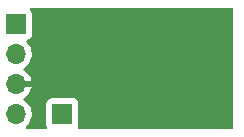
<source format=gbr>
%TF.GenerationSoftware,KiCad,Pcbnew,(5.99.0-2965-g3673c2369)*%
%TF.CreationDate,2020-08-26T10:35:24+03:00*%
%TF.ProjectId,pimentero,70696d65-6e74-4657-926f-2e6b69636164,rev?*%
%TF.SameCoordinates,Original*%
%TF.FileFunction,Copper,L2,Bot*%
%TF.FilePolarity,Positive*%
%FSLAX46Y46*%
G04 Gerber Fmt 4.6, Leading zero omitted, Abs format (unit mm)*
G04 Created by KiCad (PCBNEW (5.99.0-2965-g3673c2369)) date 2020-08-26 10:35:24*
%MOMM*%
%LPD*%
G01*
G04 APERTURE LIST*
%TA.AperFunction,ComponentPad*%
%ADD10R,1.700000X1.700000*%
%TD*%
%TA.AperFunction,ComponentPad*%
%ADD11O,1.700000X1.700000*%
%TD*%
%TA.AperFunction,ViaPad*%
%ADD12C,0.800000*%
%TD*%
G04 APERTURE END LIST*
D10*
%TO.P,J2,1,Pin_1*%
%TO.N,Net-(C4-Pad2)*%
X108839000Y-75946000D03*
%TD*%
%TO.P,J1,1,Pin_1*%
%TO.N,IN*%
X104902000Y-68326000D03*
D11*
%TO.P,J1,2,Pin_2*%
%TO.N,VCC*%
X104902000Y-70866000D03*
%TO.P,J1,3,Pin_3*%
%TO.N,GND*%
X104902000Y-73406000D03*
%TO.P,J1,4,Pin_4*%
%TO.N,OUT*%
X104902000Y-75946000D03*
%TD*%
D12*
%TO.N,GND*%
X122682000Y-75057000D03*
X116967000Y-67437000D03*
%TD*%
%TA.AperFunction,Conductor*%
%TO.N,GND*%
G36*
X123253897Y-66954226D02*
G01*
X123300390Y-67007882D01*
X123311776Y-67060224D01*
X123311776Y-77084776D01*
X123291774Y-77152897D01*
X123238118Y-77199390D01*
X123185776Y-77210776D01*
X110254355Y-77210776D01*
X110186234Y-77190774D01*
X110139741Y-77137118D01*
X110129637Y-77066844D01*
X110145236Y-77021775D01*
X110173729Y-76972425D01*
X110204837Y-76795999D01*
X110204837Y-75096002D01*
X110135727Y-74838081D01*
X110020574Y-74700846D01*
X109865426Y-74611271D01*
X109688999Y-74580163D01*
X107989002Y-74580163D01*
X107731081Y-74649273D01*
X107593846Y-74764426D01*
X107504271Y-74919574D01*
X107473163Y-75096001D01*
X107473163Y-76795998D01*
X107541803Y-77052165D01*
X107540113Y-77123141D01*
X107500319Y-77181937D01*
X107420096Y-77210776D01*
X105853687Y-77210776D01*
X105785566Y-77190774D01*
X105739073Y-77137118D01*
X105728969Y-77066844D01*
X105772024Y-76988822D01*
X105869914Y-76905513D01*
X106017746Y-76728707D01*
X106133674Y-76529524D01*
X106214384Y-76313655D01*
X106257566Y-76087287D01*
X106257567Y-76087276D01*
X106260029Y-75830770D01*
X106221200Y-75603611D01*
X106221198Y-75603601D01*
X106144652Y-75386237D01*
X106144646Y-75386222D01*
X106032573Y-75184866D01*
X106032567Y-75184859D01*
X105888156Y-75005246D01*
X105715553Y-74852541D01*
X105715552Y-74852540D01*
X105603491Y-74783059D01*
X105556136Y-74730163D01*
X105544897Y-74660062D01*
X105573341Y-74595012D01*
X105605559Y-74567632D01*
X105694410Y-74514876D01*
X105869914Y-74365513D01*
X106017746Y-74188707D01*
X106133674Y-73989524D01*
X106214384Y-73773655D01*
X106236065Y-73660000D01*
X104774000Y-73660000D01*
X104705879Y-73639998D01*
X104659386Y-73586342D01*
X104648000Y-73534000D01*
X104648000Y-73278000D01*
X104668002Y-73209879D01*
X104721658Y-73163386D01*
X104774000Y-73152000D01*
X106236309Y-73152000D01*
X106221200Y-73063611D01*
X106221198Y-73063601D01*
X106144652Y-72846237D01*
X106144646Y-72846222D01*
X106032573Y-72644866D01*
X106032567Y-72644859D01*
X105888156Y-72465246D01*
X105715553Y-72312541D01*
X105715552Y-72312540D01*
X105603491Y-72243059D01*
X105556136Y-72190163D01*
X105544897Y-72120062D01*
X105573341Y-72055012D01*
X105605559Y-72027632D01*
X105694410Y-71974876D01*
X105869914Y-71825513D01*
X106017746Y-71648707D01*
X106133674Y-71449524D01*
X106214384Y-71233655D01*
X106257566Y-71007287D01*
X106257567Y-71007276D01*
X106260029Y-70750770D01*
X106221200Y-70523611D01*
X106221198Y-70523601D01*
X106144652Y-70306237D01*
X106144646Y-70306222D01*
X106032573Y-70104866D01*
X106032567Y-70104859D01*
X105888156Y-69925246D01*
X105829640Y-69873476D01*
X105791874Y-69813357D01*
X105792606Y-69742364D01*
X105831604Y-69683037D01*
X105880519Y-69657400D01*
X106009920Y-69622727D01*
X106147154Y-69507574D01*
X106236729Y-69352426D01*
X106236728Y-69352426D01*
X106267837Y-69175999D01*
X106267837Y-67476002D01*
X106198727Y-67218081D01*
X106134229Y-67141215D01*
X106105765Y-67076174D01*
X106116982Y-67006070D01*
X106164321Y-66953159D01*
X106230751Y-66934224D01*
X123185776Y-66934224D01*
X123253897Y-66954226D01*
G37*
%TD.AperFunction*%
%TD*%
M02*

</source>
